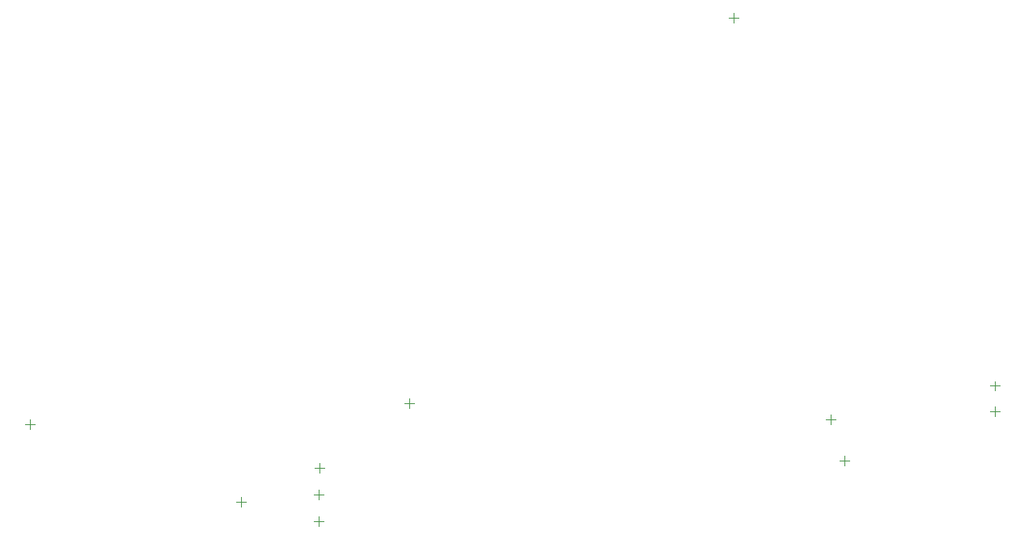
<source format=gbr>
%TF.GenerationSoftware,Altium Limited,Altium Designer,21.6.4 (81)*%
G04 Layer_Color=32896*
%FSLAX43Y43*%
%MOMM*%
%TF.SameCoordinates,B74C4539-8C7F-4592-B280-35368C4CFDA8*%
%TF.FilePolarity,Positive*%
%TF.FileFunction,Other,Bottom_Component_Center*%
%TF.Part,Single*%
G01*
G75*
%TA.AperFunction,NonConductor*%
%ADD93C,0.100*%
D93*
X125625Y7575D02*
Y8575D01*
X125125Y8075D02*
X126125D01*
X141352Y15375D02*
Y16375D01*
X140852Y15875D02*
X141852D01*
X141352Y12700D02*
Y13700D01*
X140852Y13200D02*
X141852D01*
X39825Y11850D02*
X40825D01*
X40325Y11350D02*
Y12350D01*
X62474Y3197D02*
Y4197D01*
X61974Y3697D02*
X62974D01*
X113480Y54450D02*
X114480D01*
X113980Y53950D02*
Y54950D01*
X124175Y11850D02*
Y12850D01*
X123675Y12350D02*
X124675D01*
X70607Y3975D02*
Y4975D01*
X70107Y4475D02*
X71107D01*
X79596Y14051D02*
X80596D01*
X80096Y13551D02*
Y14551D01*
X70632Y6800D02*
Y7800D01*
X70132Y7300D02*
X71132D01*
X70607Y1225D02*
Y2225D01*
X70107Y1725D02*
X71107D01*
%TF.MD5,69805fc9f8071606313de696e2fd9310*%
M02*

</source>
